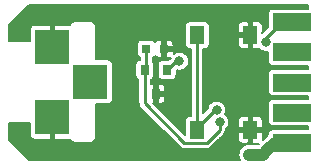
<source format=gbr>
G04 #@! TF.GenerationSoftware,KiCad,Pcbnew,(5.1.2)-1*
G04 #@! TF.CreationDate,2019-07-12T15:40:08+02:00*
G04 #@! TF.ProjectId,soldering_burning,736f6c64-6572-4696-9e67-5f6275726e69,101A*
G04 #@! TF.SameCoordinates,Original*
G04 #@! TF.FileFunction,Copper,L1,Top*
G04 #@! TF.FilePolarity,Positive*
%FSLAX46Y46*%
G04 Gerber Fmt 4.6, Leading zero omitted, Abs format (unit mm)*
G04 Created by KiCad (PCBNEW (5.1.2)-1) date 2019-07-12 15:40:08*
%MOMM*%
%LPD*%
G04 APERTURE LIST*
%ADD10R,3.000000X3.000000*%
%ADD11R,1.300000X1.550000*%
%ADD12R,3.300000X1.500000*%
%ADD13R,0.800000X0.900000*%
%ADD14R,0.800000X0.750000*%
%ADD15C,0.800000*%
%ADD16C,1.000000*%
%ADD17C,0.250000*%
%ADD18C,0.200000*%
G04 APERTURE END LIST*
D10*
X105800000Y-93950000D03*
X102600000Y-96950000D03*
X102600000Y-91000000D03*
D11*
X119350000Y-98000000D03*
X114850000Y-98000000D03*
X119350000Y-90000000D03*
X114850000Y-90000000D03*
D12*
X122900000Y-99100000D03*
X122900000Y-96550000D03*
X122900000Y-94000000D03*
X122900000Y-91450000D03*
X122900000Y-88900000D03*
D13*
X112300000Y-92950000D03*
X110400000Y-92950000D03*
X111350000Y-94950000D03*
D14*
X112050000Y-91150000D03*
X110550000Y-91150000D03*
D15*
X119250000Y-100100000D03*
X120400002Y-100099998D03*
X116750000Y-97350000D03*
X120350000Y-88450000D03*
X120350000Y-88450000D03*
X120350000Y-88450000D03*
X118050000Y-88450000D03*
X120650000Y-90600000D03*
X113350000Y-92200000D03*
X116500000Y-96350000D03*
D16*
X119250000Y-100100000D02*
X120400000Y-100100000D01*
X120400000Y-100100000D02*
X120400002Y-100099998D01*
X122900000Y-99100000D02*
X121400000Y-99100000D01*
X121400000Y-99100000D02*
X120800001Y-99699999D01*
X120800001Y-99699999D02*
X120400002Y-100099998D01*
D17*
X110550000Y-92800000D02*
X110400000Y-92950000D01*
X110550000Y-91150000D02*
X110550000Y-92800000D01*
X116750000Y-97915685D02*
X116750000Y-97350000D01*
X116750000Y-98015689D02*
X116750000Y-97915685D01*
X115665689Y-99100000D02*
X116750000Y-98015689D01*
X113750000Y-99100000D02*
X115665689Y-99100000D01*
X110400000Y-92950000D02*
X110400000Y-95750000D01*
X110400000Y-95750000D02*
X113750000Y-99100000D01*
X120650000Y-90250000D02*
X120650000Y-90600000D01*
X122000000Y-88900000D02*
X120650000Y-90250000D01*
X122900000Y-88900000D02*
X122000000Y-88900000D01*
X113050000Y-92200000D02*
X112300000Y-92950000D01*
X113350000Y-92200000D02*
X113050000Y-92200000D01*
X114850000Y-98000000D02*
X114850000Y-90000000D01*
X114850000Y-98000000D02*
X114850000Y-97875000D01*
X114850000Y-97875000D02*
X116375000Y-96350000D01*
X116375000Y-96350000D02*
X116500000Y-96350000D01*
D18*
G36*
X124250000Y-87748065D02*
G01*
X121250000Y-87748065D01*
X121171586Y-87755788D01*
X121096186Y-87778660D01*
X121026697Y-87815803D01*
X120965789Y-87865789D01*
X120915803Y-87926697D01*
X120878660Y-87996186D01*
X120855788Y-88071586D01*
X120848065Y-88150000D01*
X120848065Y-89309474D01*
X120311541Y-89845998D01*
X120300002Y-89845998D01*
X120400000Y-89746000D01*
X120401935Y-89225000D01*
X120394212Y-89146586D01*
X120371340Y-89071186D01*
X120334197Y-89001697D01*
X120284211Y-88940789D01*
X120223303Y-88890803D01*
X120153814Y-88853660D01*
X120078414Y-88830788D01*
X120000000Y-88823065D01*
X119604000Y-88825000D01*
X119504000Y-88925000D01*
X119504000Y-89846000D01*
X119524000Y-89846000D01*
X119524000Y-90154000D01*
X119504000Y-90154000D01*
X119504000Y-91075000D01*
X119604000Y-91175000D01*
X120000000Y-91176935D01*
X120078414Y-91169212D01*
X120085647Y-91167018D01*
X120140030Y-91221401D01*
X120271058Y-91308951D01*
X120416649Y-91369257D01*
X120571207Y-91400000D01*
X120728793Y-91400000D01*
X120848065Y-91376276D01*
X120848065Y-92200000D01*
X120855788Y-92278414D01*
X120878660Y-92353814D01*
X120915803Y-92423303D01*
X120965789Y-92484211D01*
X121026697Y-92534197D01*
X121096186Y-92571340D01*
X121171586Y-92594212D01*
X121250000Y-92601935D01*
X124250000Y-92601935D01*
X124250000Y-92848065D01*
X121250000Y-92848065D01*
X121171586Y-92855788D01*
X121096186Y-92878660D01*
X121026697Y-92915803D01*
X120965789Y-92965789D01*
X120915803Y-93026697D01*
X120878660Y-93096186D01*
X120855788Y-93171586D01*
X120848065Y-93250000D01*
X120848065Y-94750000D01*
X120855788Y-94828414D01*
X120878660Y-94903814D01*
X120915803Y-94973303D01*
X120965789Y-95034211D01*
X121026697Y-95084197D01*
X121096186Y-95121340D01*
X121171586Y-95144212D01*
X121250000Y-95151935D01*
X124250001Y-95151935D01*
X124250001Y-95398065D01*
X121250000Y-95398065D01*
X121171586Y-95405788D01*
X121096186Y-95428660D01*
X121026697Y-95465803D01*
X120965789Y-95515789D01*
X120915803Y-95576697D01*
X120878660Y-95646186D01*
X120855788Y-95721586D01*
X120848065Y-95800000D01*
X120848065Y-97300000D01*
X120855788Y-97378414D01*
X120878660Y-97453814D01*
X120915803Y-97523303D01*
X120965789Y-97584211D01*
X121026697Y-97634197D01*
X121096186Y-97671340D01*
X121171586Y-97694212D01*
X121250000Y-97701935D01*
X124250001Y-97701935D01*
X124250001Y-97948065D01*
X121250000Y-97948065D01*
X121171586Y-97955788D01*
X121096186Y-97978660D01*
X121026697Y-98015803D01*
X120965789Y-98065789D01*
X120915803Y-98126697D01*
X120878660Y-98196186D01*
X120855788Y-98271586D01*
X120848065Y-98350000D01*
X120848065Y-98388683D01*
X120760525Y-98460525D01*
X120732339Y-98494870D01*
X120396443Y-98830766D01*
X120401935Y-98775000D01*
X120400000Y-98254000D01*
X120300000Y-98154000D01*
X119504000Y-98154000D01*
X119504000Y-99075000D01*
X119604000Y-99175000D01*
X120000000Y-99176935D01*
X120055765Y-99171443D01*
X120027208Y-99200000D01*
X119205793Y-99200000D01*
X119073569Y-99213023D01*
X118903919Y-99264486D01*
X118747568Y-99348057D01*
X118610525Y-99460525D01*
X118498057Y-99597568D01*
X118414486Y-99753919D01*
X118363023Y-99923569D01*
X118345646Y-100100000D01*
X118363023Y-100276431D01*
X118414486Y-100446081D01*
X118470032Y-100550000D01*
X100607106Y-100550000D01*
X98900000Y-98842895D01*
X98900000Y-97400000D01*
X100699696Y-97400000D01*
X100698065Y-98450000D01*
X100705788Y-98528414D01*
X100728660Y-98603814D01*
X100765803Y-98673303D01*
X100815789Y-98734211D01*
X100876697Y-98784197D01*
X100946186Y-98821340D01*
X101021586Y-98844212D01*
X101100000Y-98851935D01*
X102346000Y-98850000D01*
X102446000Y-98750000D01*
X102446000Y-97400000D01*
X102754000Y-97400000D01*
X102754000Y-98750000D01*
X102854000Y-98850000D01*
X104067692Y-98851885D01*
X104082254Y-98879129D01*
X104144736Y-98955264D01*
X104220871Y-99017746D01*
X104307733Y-99064175D01*
X104401983Y-99092765D01*
X104475440Y-99100000D01*
X104500000Y-99102419D01*
X104524560Y-99100000D01*
X105775440Y-99100000D01*
X105800000Y-99102419D01*
X105824560Y-99100000D01*
X105898017Y-99092765D01*
X105992267Y-99064175D01*
X106079129Y-99017746D01*
X106155264Y-98955264D01*
X106217746Y-98879129D01*
X106264175Y-98792267D01*
X106292765Y-98698017D01*
X106302419Y-98600000D01*
X106300000Y-98575440D01*
X106300000Y-95851935D01*
X107300000Y-95851935D01*
X107378414Y-95844212D01*
X107453814Y-95821340D01*
X107523303Y-95784197D01*
X107584211Y-95734211D01*
X107634197Y-95673303D01*
X107671340Y-95603814D01*
X107694212Y-95528414D01*
X107701935Y-95450000D01*
X107701935Y-92500000D01*
X109598065Y-92500000D01*
X109598065Y-93400000D01*
X109605788Y-93478414D01*
X109628660Y-93553814D01*
X109665803Y-93623303D01*
X109715789Y-93684211D01*
X109776697Y-93734197D01*
X109846186Y-93771340D01*
X109875000Y-93780081D01*
X109875001Y-95724210D01*
X109872461Y-95750000D01*
X109882597Y-95852917D01*
X109912617Y-95951880D01*
X109961367Y-96043085D01*
X109961368Y-96043086D01*
X110026974Y-96123027D01*
X110047005Y-96139466D01*
X113360534Y-99452996D01*
X113376973Y-99473027D01*
X113456914Y-99538633D01*
X113548119Y-99587383D01*
X113647082Y-99617403D01*
X113724212Y-99625000D01*
X113724219Y-99625000D01*
X113749999Y-99627539D01*
X113775779Y-99625000D01*
X115639909Y-99625000D01*
X115665689Y-99627539D01*
X115691469Y-99625000D01*
X115691477Y-99625000D01*
X115768607Y-99617403D01*
X115867570Y-99587383D01*
X115958775Y-99538633D01*
X116038716Y-99473027D01*
X116055160Y-99452990D01*
X116733150Y-98775000D01*
X118298065Y-98775000D01*
X118305788Y-98853414D01*
X118328660Y-98928814D01*
X118365803Y-98998303D01*
X118415789Y-99059211D01*
X118476697Y-99109197D01*
X118546186Y-99146340D01*
X118621586Y-99169212D01*
X118700000Y-99176935D01*
X119096000Y-99175000D01*
X119196000Y-99075000D01*
X119196000Y-98154000D01*
X118400000Y-98154000D01*
X118300000Y-98254000D01*
X118298065Y-98775000D01*
X116733150Y-98775000D01*
X117102996Y-98405155D01*
X117123027Y-98388716D01*
X117188633Y-98308775D01*
X117237383Y-98217570D01*
X117267403Y-98118607D01*
X117275000Y-98041477D01*
X117275000Y-98041470D01*
X117277539Y-98015690D01*
X117275000Y-97989910D01*
X117275000Y-97956371D01*
X117371401Y-97859970D01*
X117458951Y-97728942D01*
X117519257Y-97583351D01*
X117550000Y-97428793D01*
X117550000Y-97271207D01*
X117540810Y-97225000D01*
X118298065Y-97225000D01*
X118300000Y-97746000D01*
X118400000Y-97846000D01*
X119196000Y-97846000D01*
X119196000Y-96925000D01*
X119504000Y-96925000D01*
X119504000Y-97846000D01*
X120300000Y-97846000D01*
X120400000Y-97746000D01*
X120401935Y-97225000D01*
X120394212Y-97146586D01*
X120371340Y-97071186D01*
X120334197Y-97001697D01*
X120284211Y-96940789D01*
X120223303Y-96890803D01*
X120153814Y-96853660D01*
X120078414Y-96830788D01*
X120000000Y-96823065D01*
X119604000Y-96825000D01*
X119504000Y-96925000D01*
X119196000Y-96925000D01*
X119096000Y-96825000D01*
X118700000Y-96823065D01*
X118621586Y-96830788D01*
X118546186Y-96853660D01*
X118476697Y-96890803D01*
X118415789Y-96940789D01*
X118365803Y-97001697D01*
X118328660Y-97071186D01*
X118305788Y-97146586D01*
X118298065Y-97225000D01*
X117540810Y-97225000D01*
X117519257Y-97116649D01*
X117458951Y-96971058D01*
X117371401Y-96840030D01*
X117259970Y-96728599D01*
X117220122Y-96701973D01*
X117269257Y-96583351D01*
X117300000Y-96428793D01*
X117300000Y-96271207D01*
X117269257Y-96116649D01*
X117208951Y-95971058D01*
X117121401Y-95840030D01*
X117009970Y-95728599D01*
X116878942Y-95641049D01*
X116733351Y-95580743D01*
X116578793Y-95550000D01*
X116421207Y-95550000D01*
X116266649Y-95580743D01*
X116121058Y-95641049D01*
X115990030Y-95728599D01*
X115878599Y-95840030D01*
X115791049Y-95971058D01*
X115730743Y-96116649D01*
X115700000Y-96271207D01*
X115700000Y-96282538D01*
X115375000Y-96607538D01*
X115375000Y-91176935D01*
X115500000Y-91176935D01*
X115578414Y-91169212D01*
X115653814Y-91146340D01*
X115723303Y-91109197D01*
X115784211Y-91059211D01*
X115834197Y-90998303D01*
X115871340Y-90928814D01*
X115894212Y-90853414D01*
X115901935Y-90775000D01*
X118298065Y-90775000D01*
X118305788Y-90853414D01*
X118328660Y-90928814D01*
X118365803Y-90998303D01*
X118415789Y-91059211D01*
X118476697Y-91109197D01*
X118546186Y-91146340D01*
X118621586Y-91169212D01*
X118700000Y-91176935D01*
X119096000Y-91175000D01*
X119196000Y-91075000D01*
X119196000Y-90154000D01*
X118400000Y-90154000D01*
X118300000Y-90254000D01*
X118298065Y-90775000D01*
X115901935Y-90775000D01*
X115901935Y-89225000D01*
X118298065Y-89225000D01*
X118300000Y-89746000D01*
X118400000Y-89846000D01*
X119196000Y-89846000D01*
X119196000Y-88925000D01*
X119096000Y-88825000D01*
X118700000Y-88823065D01*
X118621586Y-88830788D01*
X118546186Y-88853660D01*
X118476697Y-88890803D01*
X118415789Y-88940789D01*
X118365803Y-89001697D01*
X118328660Y-89071186D01*
X118305788Y-89146586D01*
X118298065Y-89225000D01*
X115901935Y-89225000D01*
X115894212Y-89146586D01*
X115871340Y-89071186D01*
X115834197Y-89001697D01*
X115784211Y-88940789D01*
X115723303Y-88890803D01*
X115653814Y-88853660D01*
X115578414Y-88830788D01*
X115500000Y-88823065D01*
X114200000Y-88823065D01*
X114121586Y-88830788D01*
X114046186Y-88853660D01*
X113976697Y-88890803D01*
X113915789Y-88940789D01*
X113865803Y-89001697D01*
X113828660Y-89071186D01*
X113805788Y-89146586D01*
X113798065Y-89225000D01*
X113798065Y-90775000D01*
X113805788Y-90853414D01*
X113828660Y-90928814D01*
X113865803Y-90998303D01*
X113915789Y-91059211D01*
X113976697Y-91109197D01*
X114046186Y-91146340D01*
X114121586Y-91169212D01*
X114200000Y-91176935D01*
X114325001Y-91176935D01*
X114325000Y-96823065D01*
X114200000Y-96823065D01*
X114121586Y-96830788D01*
X114046186Y-96853660D01*
X113976697Y-96890803D01*
X113915789Y-96940789D01*
X113865803Y-97001697D01*
X113828660Y-97071186D01*
X113805788Y-97146586D01*
X113798065Y-97225000D01*
X113798065Y-98405603D01*
X111144231Y-95751769D01*
X111196000Y-95700000D01*
X111196000Y-95104000D01*
X111504000Y-95104000D01*
X111504000Y-95700000D01*
X111604000Y-95800000D01*
X111750000Y-95801935D01*
X111828414Y-95794212D01*
X111903814Y-95771340D01*
X111973303Y-95734197D01*
X112034211Y-95684211D01*
X112084197Y-95623303D01*
X112121340Y-95553814D01*
X112144212Y-95478414D01*
X112151935Y-95400000D01*
X112150000Y-95204000D01*
X112050000Y-95104000D01*
X111504000Y-95104000D01*
X111196000Y-95104000D01*
X111176000Y-95104000D01*
X111176000Y-94796000D01*
X111196000Y-94796000D01*
X111196000Y-94200000D01*
X111504000Y-94200000D01*
X111504000Y-94796000D01*
X112050000Y-94796000D01*
X112150000Y-94696000D01*
X112151935Y-94500000D01*
X112144212Y-94421586D01*
X112121340Y-94346186D01*
X112084197Y-94276697D01*
X112034211Y-94215789D01*
X111973303Y-94165803D01*
X111903814Y-94128660D01*
X111828414Y-94105788D01*
X111750000Y-94098065D01*
X111604000Y-94100000D01*
X111504000Y-94200000D01*
X111196000Y-94200000D01*
X111096000Y-94100000D01*
X110950000Y-94098065D01*
X110925000Y-94100527D01*
X110925000Y-93780081D01*
X110953814Y-93771340D01*
X111023303Y-93734197D01*
X111084211Y-93684211D01*
X111134197Y-93623303D01*
X111171340Y-93553814D01*
X111194212Y-93478414D01*
X111201935Y-93400000D01*
X111201935Y-92500000D01*
X111498065Y-92500000D01*
X111498065Y-93400000D01*
X111505788Y-93478414D01*
X111528660Y-93553814D01*
X111565803Y-93623303D01*
X111615789Y-93684211D01*
X111676697Y-93734197D01*
X111746186Y-93771340D01*
X111821586Y-93794212D01*
X111900000Y-93801935D01*
X112700000Y-93801935D01*
X112778414Y-93794212D01*
X112853814Y-93771340D01*
X112923303Y-93734197D01*
X112984211Y-93684211D01*
X113034197Y-93623303D01*
X113071340Y-93553814D01*
X113094212Y-93478414D01*
X113101935Y-93400000D01*
X113101935Y-92963162D01*
X113116649Y-92969257D01*
X113271207Y-93000000D01*
X113428793Y-93000000D01*
X113583351Y-92969257D01*
X113728942Y-92908951D01*
X113859970Y-92821401D01*
X113971401Y-92709970D01*
X114058951Y-92578942D01*
X114119257Y-92433351D01*
X114150000Y-92278793D01*
X114150000Y-92121207D01*
X114119257Y-91966649D01*
X114058951Y-91821058D01*
X113971401Y-91690030D01*
X113859970Y-91578599D01*
X113728942Y-91491049D01*
X113583351Y-91430743D01*
X113428793Y-91400000D01*
X113271207Y-91400000D01*
X113116649Y-91430743D01*
X112971058Y-91491049D01*
X112847123Y-91573860D01*
X112851935Y-91525000D01*
X112850000Y-91404000D01*
X112750000Y-91304000D01*
X112204000Y-91304000D01*
X112204000Y-91825000D01*
X112304000Y-91925000D01*
X112450000Y-91926935D01*
X112528414Y-91919212D01*
X112603814Y-91896340D01*
X112611587Y-91892185D01*
X112608924Y-91898614D01*
X112409473Y-92098065D01*
X111900000Y-92098065D01*
X111821586Y-92105788D01*
X111746186Y-92128660D01*
X111676697Y-92165803D01*
X111615789Y-92215789D01*
X111565803Y-92276697D01*
X111528660Y-92346186D01*
X111505788Y-92421586D01*
X111498065Y-92500000D01*
X111201935Y-92500000D01*
X111194212Y-92421586D01*
X111171340Y-92346186D01*
X111134197Y-92276697D01*
X111084211Y-92215789D01*
X111075000Y-92208230D01*
X111075000Y-91905081D01*
X111103814Y-91896340D01*
X111173303Y-91859197D01*
X111234211Y-91809211D01*
X111284197Y-91748303D01*
X111300000Y-91718738D01*
X111315803Y-91748303D01*
X111365789Y-91809211D01*
X111426697Y-91859197D01*
X111496186Y-91896340D01*
X111571586Y-91919212D01*
X111650000Y-91926935D01*
X111796000Y-91925000D01*
X111896000Y-91825000D01*
X111896000Y-91304000D01*
X111876000Y-91304000D01*
X111876000Y-90996000D01*
X111896000Y-90996000D01*
X111896000Y-90475000D01*
X112204000Y-90475000D01*
X112204000Y-90996000D01*
X112750000Y-90996000D01*
X112850000Y-90896000D01*
X112851935Y-90775000D01*
X112844212Y-90696586D01*
X112821340Y-90621186D01*
X112784197Y-90551697D01*
X112734211Y-90490789D01*
X112673303Y-90440803D01*
X112603814Y-90403660D01*
X112528414Y-90380788D01*
X112450000Y-90373065D01*
X112304000Y-90375000D01*
X112204000Y-90475000D01*
X111896000Y-90475000D01*
X111796000Y-90375000D01*
X111650000Y-90373065D01*
X111571586Y-90380788D01*
X111496186Y-90403660D01*
X111426697Y-90440803D01*
X111365789Y-90490789D01*
X111315803Y-90551697D01*
X111300000Y-90581262D01*
X111284197Y-90551697D01*
X111234211Y-90490789D01*
X111173303Y-90440803D01*
X111103814Y-90403660D01*
X111028414Y-90380788D01*
X110950000Y-90373065D01*
X110150000Y-90373065D01*
X110071586Y-90380788D01*
X109996186Y-90403660D01*
X109926697Y-90440803D01*
X109865789Y-90490789D01*
X109815803Y-90551697D01*
X109778660Y-90621186D01*
X109755788Y-90696586D01*
X109748065Y-90775000D01*
X109748065Y-91525000D01*
X109755788Y-91603414D01*
X109778660Y-91678814D01*
X109815803Y-91748303D01*
X109865789Y-91809211D01*
X109926697Y-91859197D01*
X109996186Y-91896340D01*
X110025000Y-91905081D01*
X110025001Y-92098065D01*
X110000000Y-92098065D01*
X109921586Y-92105788D01*
X109846186Y-92128660D01*
X109776697Y-92165803D01*
X109715789Y-92215789D01*
X109665803Y-92276697D01*
X109628660Y-92346186D01*
X109605788Y-92421586D01*
X109598065Y-92500000D01*
X107701935Y-92500000D01*
X107701935Y-92450000D01*
X107694212Y-92371586D01*
X107671340Y-92296186D01*
X107634197Y-92226697D01*
X107584211Y-92165789D01*
X107523303Y-92115803D01*
X107453814Y-92078660D01*
X107378414Y-92055788D01*
X107300000Y-92048065D01*
X106300000Y-92048065D01*
X106300000Y-89324560D01*
X106302419Y-89300000D01*
X106292765Y-89201983D01*
X106264175Y-89107733D01*
X106217746Y-89020871D01*
X106155264Y-88944736D01*
X106079129Y-88882254D01*
X105992267Y-88835825D01*
X105898017Y-88807235D01*
X105824560Y-88800000D01*
X105800000Y-88797581D01*
X105775440Y-88800000D01*
X104524560Y-88800000D01*
X104500000Y-88797581D01*
X104475440Y-88800000D01*
X104401983Y-88807235D01*
X104307733Y-88835825D01*
X104220871Y-88882254D01*
X104144736Y-88944736D01*
X104082254Y-89020871D01*
X104040944Y-89098157D01*
X102854000Y-89100000D01*
X102754000Y-89200000D01*
X102754000Y-90500000D01*
X102446000Y-90500000D01*
X102446000Y-89200000D01*
X102346000Y-89100000D01*
X101100000Y-89098065D01*
X101021586Y-89105788D01*
X100946186Y-89128660D01*
X100876697Y-89165803D01*
X100815789Y-89215789D01*
X100765803Y-89276697D01*
X100728660Y-89346186D01*
X100705788Y-89421586D01*
X100698065Y-89500000D01*
X100699618Y-90500000D01*
X98900000Y-90500000D01*
X98900000Y-89157105D01*
X100607106Y-87450000D01*
X124250000Y-87450000D01*
X124250000Y-87748065D01*
X124250000Y-87748065D01*
G37*
X124250000Y-87748065D02*
X121250000Y-87748065D01*
X121171586Y-87755788D01*
X121096186Y-87778660D01*
X121026697Y-87815803D01*
X120965789Y-87865789D01*
X120915803Y-87926697D01*
X120878660Y-87996186D01*
X120855788Y-88071586D01*
X120848065Y-88150000D01*
X120848065Y-89309474D01*
X120311541Y-89845998D01*
X120300002Y-89845998D01*
X120400000Y-89746000D01*
X120401935Y-89225000D01*
X120394212Y-89146586D01*
X120371340Y-89071186D01*
X120334197Y-89001697D01*
X120284211Y-88940789D01*
X120223303Y-88890803D01*
X120153814Y-88853660D01*
X120078414Y-88830788D01*
X120000000Y-88823065D01*
X119604000Y-88825000D01*
X119504000Y-88925000D01*
X119504000Y-89846000D01*
X119524000Y-89846000D01*
X119524000Y-90154000D01*
X119504000Y-90154000D01*
X119504000Y-91075000D01*
X119604000Y-91175000D01*
X120000000Y-91176935D01*
X120078414Y-91169212D01*
X120085647Y-91167018D01*
X120140030Y-91221401D01*
X120271058Y-91308951D01*
X120416649Y-91369257D01*
X120571207Y-91400000D01*
X120728793Y-91400000D01*
X120848065Y-91376276D01*
X120848065Y-92200000D01*
X120855788Y-92278414D01*
X120878660Y-92353814D01*
X120915803Y-92423303D01*
X120965789Y-92484211D01*
X121026697Y-92534197D01*
X121096186Y-92571340D01*
X121171586Y-92594212D01*
X121250000Y-92601935D01*
X124250000Y-92601935D01*
X124250000Y-92848065D01*
X121250000Y-92848065D01*
X121171586Y-92855788D01*
X121096186Y-92878660D01*
X121026697Y-92915803D01*
X120965789Y-92965789D01*
X120915803Y-93026697D01*
X120878660Y-93096186D01*
X120855788Y-93171586D01*
X120848065Y-93250000D01*
X120848065Y-94750000D01*
X120855788Y-94828414D01*
X120878660Y-94903814D01*
X120915803Y-94973303D01*
X120965789Y-95034211D01*
X121026697Y-95084197D01*
X121096186Y-95121340D01*
X121171586Y-95144212D01*
X121250000Y-95151935D01*
X124250001Y-95151935D01*
X124250001Y-95398065D01*
X121250000Y-95398065D01*
X121171586Y-95405788D01*
X121096186Y-95428660D01*
X121026697Y-95465803D01*
X120965789Y-95515789D01*
X120915803Y-95576697D01*
X120878660Y-95646186D01*
X120855788Y-95721586D01*
X120848065Y-95800000D01*
X120848065Y-97300000D01*
X120855788Y-97378414D01*
X120878660Y-97453814D01*
X120915803Y-97523303D01*
X120965789Y-97584211D01*
X121026697Y-97634197D01*
X121096186Y-97671340D01*
X121171586Y-97694212D01*
X121250000Y-97701935D01*
X124250001Y-97701935D01*
X124250001Y-97948065D01*
X121250000Y-97948065D01*
X121171586Y-97955788D01*
X121096186Y-97978660D01*
X121026697Y-98015803D01*
X120965789Y-98065789D01*
X120915803Y-98126697D01*
X120878660Y-98196186D01*
X120855788Y-98271586D01*
X120848065Y-98350000D01*
X120848065Y-98388683D01*
X120760525Y-98460525D01*
X120732339Y-98494870D01*
X120396443Y-98830766D01*
X120401935Y-98775000D01*
X120400000Y-98254000D01*
X120300000Y-98154000D01*
X119504000Y-98154000D01*
X119504000Y-99075000D01*
X119604000Y-99175000D01*
X120000000Y-99176935D01*
X120055765Y-99171443D01*
X120027208Y-99200000D01*
X119205793Y-99200000D01*
X119073569Y-99213023D01*
X118903919Y-99264486D01*
X118747568Y-99348057D01*
X118610525Y-99460525D01*
X118498057Y-99597568D01*
X118414486Y-99753919D01*
X118363023Y-99923569D01*
X118345646Y-100100000D01*
X118363023Y-100276431D01*
X118414486Y-100446081D01*
X118470032Y-100550000D01*
X100607106Y-100550000D01*
X98900000Y-98842895D01*
X98900000Y-97400000D01*
X100699696Y-97400000D01*
X100698065Y-98450000D01*
X100705788Y-98528414D01*
X100728660Y-98603814D01*
X100765803Y-98673303D01*
X100815789Y-98734211D01*
X100876697Y-98784197D01*
X100946186Y-98821340D01*
X101021586Y-98844212D01*
X101100000Y-98851935D01*
X102346000Y-98850000D01*
X102446000Y-98750000D01*
X102446000Y-97400000D01*
X102754000Y-97400000D01*
X102754000Y-98750000D01*
X102854000Y-98850000D01*
X104067692Y-98851885D01*
X104082254Y-98879129D01*
X104144736Y-98955264D01*
X104220871Y-99017746D01*
X104307733Y-99064175D01*
X104401983Y-99092765D01*
X104475440Y-99100000D01*
X104500000Y-99102419D01*
X104524560Y-99100000D01*
X105775440Y-99100000D01*
X105800000Y-99102419D01*
X105824560Y-99100000D01*
X105898017Y-99092765D01*
X105992267Y-99064175D01*
X106079129Y-99017746D01*
X106155264Y-98955264D01*
X106217746Y-98879129D01*
X106264175Y-98792267D01*
X106292765Y-98698017D01*
X106302419Y-98600000D01*
X106300000Y-98575440D01*
X106300000Y-95851935D01*
X107300000Y-95851935D01*
X107378414Y-95844212D01*
X107453814Y-95821340D01*
X107523303Y-95784197D01*
X107584211Y-95734211D01*
X107634197Y-95673303D01*
X107671340Y-95603814D01*
X107694212Y-95528414D01*
X107701935Y-95450000D01*
X107701935Y-92500000D01*
X109598065Y-92500000D01*
X109598065Y-93400000D01*
X109605788Y-93478414D01*
X109628660Y-93553814D01*
X109665803Y-93623303D01*
X109715789Y-93684211D01*
X109776697Y-93734197D01*
X109846186Y-93771340D01*
X109875000Y-93780081D01*
X109875001Y-95724210D01*
X109872461Y-95750000D01*
X109882597Y-95852917D01*
X109912617Y-95951880D01*
X109961367Y-96043085D01*
X109961368Y-96043086D01*
X110026974Y-96123027D01*
X110047005Y-96139466D01*
X113360534Y-99452996D01*
X113376973Y-99473027D01*
X113456914Y-99538633D01*
X113548119Y-99587383D01*
X113647082Y-99617403D01*
X113724212Y-99625000D01*
X113724219Y-99625000D01*
X113749999Y-99627539D01*
X113775779Y-99625000D01*
X115639909Y-99625000D01*
X115665689Y-99627539D01*
X115691469Y-99625000D01*
X115691477Y-99625000D01*
X115768607Y-99617403D01*
X115867570Y-99587383D01*
X115958775Y-99538633D01*
X116038716Y-99473027D01*
X116055160Y-99452990D01*
X116733150Y-98775000D01*
X118298065Y-98775000D01*
X118305788Y-98853414D01*
X118328660Y-98928814D01*
X118365803Y-98998303D01*
X118415789Y-99059211D01*
X118476697Y-99109197D01*
X118546186Y-99146340D01*
X118621586Y-99169212D01*
X118700000Y-99176935D01*
X119096000Y-99175000D01*
X119196000Y-99075000D01*
X119196000Y-98154000D01*
X118400000Y-98154000D01*
X118300000Y-98254000D01*
X118298065Y-98775000D01*
X116733150Y-98775000D01*
X117102996Y-98405155D01*
X117123027Y-98388716D01*
X117188633Y-98308775D01*
X117237383Y-98217570D01*
X117267403Y-98118607D01*
X117275000Y-98041477D01*
X117275000Y-98041470D01*
X117277539Y-98015690D01*
X117275000Y-97989910D01*
X117275000Y-97956371D01*
X117371401Y-97859970D01*
X117458951Y-97728942D01*
X117519257Y-97583351D01*
X117550000Y-97428793D01*
X117550000Y-97271207D01*
X117540810Y-97225000D01*
X118298065Y-97225000D01*
X118300000Y-97746000D01*
X118400000Y-97846000D01*
X119196000Y-97846000D01*
X119196000Y-96925000D01*
X119504000Y-96925000D01*
X119504000Y-97846000D01*
X120300000Y-97846000D01*
X120400000Y-97746000D01*
X120401935Y-97225000D01*
X120394212Y-97146586D01*
X120371340Y-97071186D01*
X120334197Y-97001697D01*
X120284211Y-96940789D01*
X120223303Y-96890803D01*
X120153814Y-96853660D01*
X120078414Y-96830788D01*
X120000000Y-96823065D01*
X119604000Y-96825000D01*
X119504000Y-96925000D01*
X119196000Y-96925000D01*
X119096000Y-96825000D01*
X118700000Y-96823065D01*
X118621586Y-96830788D01*
X118546186Y-96853660D01*
X118476697Y-96890803D01*
X118415789Y-96940789D01*
X118365803Y-97001697D01*
X118328660Y-97071186D01*
X118305788Y-97146586D01*
X118298065Y-97225000D01*
X117540810Y-97225000D01*
X117519257Y-97116649D01*
X117458951Y-96971058D01*
X117371401Y-96840030D01*
X117259970Y-96728599D01*
X117220122Y-96701973D01*
X117269257Y-96583351D01*
X117300000Y-96428793D01*
X117300000Y-96271207D01*
X117269257Y-96116649D01*
X117208951Y-95971058D01*
X117121401Y-95840030D01*
X117009970Y-95728599D01*
X116878942Y-95641049D01*
X116733351Y-95580743D01*
X116578793Y-95550000D01*
X116421207Y-95550000D01*
X116266649Y-95580743D01*
X116121058Y-95641049D01*
X115990030Y-95728599D01*
X115878599Y-95840030D01*
X115791049Y-95971058D01*
X115730743Y-96116649D01*
X115700000Y-96271207D01*
X115700000Y-96282538D01*
X115375000Y-96607538D01*
X115375000Y-91176935D01*
X115500000Y-91176935D01*
X115578414Y-91169212D01*
X115653814Y-91146340D01*
X115723303Y-91109197D01*
X115784211Y-91059211D01*
X115834197Y-90998303D01*
X115871340Y-90928814D01*
X115894212Y-90853414D01*
X115901935Y-90775000D01*
X118298065Y-90775000D01*
X118305788Y-90853414D01*
X118328660Y-90928814D01*
X118365803Y-90998303D01*
X118415789Y-91059211D01*
X118476697Y-91109197D01*
X118546186Y-91146340D01*
X118621586Y-91169212D01*
X118700000Y-91176935D01*
X119096000Y-91175000D01*
X119196000Y-91075000D01*
X119196000Y-90154000D01*
X118400000Y-90154000D01*
X118300000Y-90254000D01*
X118298065Y-90775000D01*
X115901935Y-90775000D01*
X115901935Y-89225000D01*
X118298065Y-89225000D01*
X118300000Y-89746000D01*
X118400000Y-89846000D01*
X119196000Y-89846000D01*
X119196000Y-88925000D01*
X119096000Y-88825000D01*
X118700000Y-88823065D01*
X118621586Y-88830788D01*
X118546186Y-88853660D01*
X118476697Y-88890803D01*
X118415789Y-88940789D01*
X118365803Y-89001697D01*
X118328660Y-89071186D01*
X118305788Y-89146586D01*
X118298065Y-89225000D01*
X115901935Y-89225000D01*
X115894212Y-89146586D01*
X115871340Y-89071186D01*
X115834197Y-89001697D01*
X115784211Y-88940789D01*
X115723303Y-88890803D01*
X115653814Y-88853660D01*
X115578414Y-88830788D01*
X115500000Y-88823065D01*
X114200000Y-88823065D01*
X114121586Y-88830788D01*
X114046186Y-88853660D01*
X113976697Y-88890803D01*
X113915789Y-88940789D01*
X113865803Y-89001697D01*
X113828660Y-89071186D01*
X113805788Y-89146586D01*
X113798065Y-89225000D01*
X113798065Y-90775000D01*
X113805788Y-90853414D01*
X113828660Y-90928814D01*
X113865803Y-90998303D01*
X113915789Y-91059211D01*
X113976697Y-91109197D01*
X114046186Y-91146340D01*
X114121586Y-91169212D01*
X114200000Y-91176935D01*
X114325001Y-91176935D01*
X114325000Y-96823065D01*
X114200000Y-96823065D01*
X114121586Y-96830788D01*
X114046186Y-96853660D01*
X113976697Y-96890803D01*
X113915789Y-96940789D01*
X113865803Y-97001697D01*
X113828660Y-97071186D01*
X113805788Y-97146586D01*
X113798065Y-97225000D01*
X113798065Y-98405603D01*
X111144231Y-95751769D01*
X111196000Y-95700000D01*
X111196000Y-95104000D01*
X111504000Y-95104000D01*
X111504000Y-95700000D01*
X111604000Y-95800000D01*
X111750000Y-95801935D01*
X111828414Y-95794212D01*
X111903814Y-95771340D01*
X111973303Y-95734197D01*
X112034211Y-95684211D01*
X112084197Y-95623303D01*
X112121340Y-95553814D01*
X112144212Y-95478414D01*
X112151935Y-95400000D01*
X112150000Y-95204000D01*
X112050000Y-95104000D01*
X111504000Y-95104000D01*
X111196000Y-95104000D01*
X111176000Y-95104000D01*
X111176000Y-94796000D01*
X111196000Y-94796000D01*
X111196000Y-94200000D01*
X111504000Y-94200000D01*
X111504000Y-94796000D01*
X112050000Y-94796000D01*
X112150000Y-94696000D01*
X112151935Y-94500000D01*
X112144212Y-94421586D01*
X112121340Y-94346186D01*
X112084197Y-94276697D01*
X112034211Y-94215789D01*
X111973303Y-94165803D01*
X111903814Y-94128660D01*
X111828414Y-94105788D01*
X111750000Y-94098065D01*
X111604000Y-94100000D01*
X111504000Y-94200000D01*
X111196000Y-94200000D01*
X111096000Y-94100000D01*
X110950000Y-94098065D01*
X110925000Y-94100527D01*
X110925000Y-93780081D01*
X110953814Y-93771340D01*
X111023303Y-93734197D01*
X111084211Y-93684211D01*
X111134197Y-93623303D01*
X111171340Y-93553814D01*
X111194212Y-93478414D01*
X111201935Y-93400000D01*
X111201935Y-92500000D01*
X111498065Y-92500000D01*
X111498065Y-93400000D01*
X111505788Y-93478414D01*
X111528660Y-93553814D01*
X111565803Y-93623303D01*
X111615789Y-93684211D01*
X111676697Y-93734197D01*
X111746186Y-93771340D01*
X111821586Y-93794212D01*
X111900000Y-93801935D01*
X112700000Y-93801935D01*
X112778414Y-93794212D01*
X112853814Y-93771340D01*
X112923303Y-93734197D01*
X112984211Y-93684211D01*
X113034197Y-93623303D01*
X113071340Y-93553814D01*
X113094212Y-93478414D01*
X113101935Y-93400000D01*
X113101935Y-92963162D01*
X113116649Y-92969257D01*
X113271207Y-93000000D01*
X113428793Y-93000000D01*
X113583351Y-92969257D01*
X113728942Y-92908951D01*
X113859970Y-92821401D01*
X113971401Y-92709970D01*
X114058951Y-92578942D01*
X114119257Y-92433351D01*
X114150000Y-92278793D01*
X114150000Y-92121207D01*
X114119257Y-91966649D01*
X114058951Y-91821058D01*
X113971401Y-91690030D01*
X113859970Y-91578599D01*
X113728942Y-91491049D01*
X113583351Y-91430743D01*
X113428793Y-91400000D01*
X113271207Y-91400000D01*
X113116649Y-91430743D01*
X112971058Y-91491049D01*
X112847123Y-91573860D01*
X112851935Y-91525000D01*
X112850000Y-91404000D01*
X112750000Y-91304000D01*
X112204000Y-91304000D01*
X112204000Y-91825000D01*
X112304000Y-91925000D01*
X112450000Y-91926935D01*
X112528414Y-91919212D01*
X112603814Y-91896340D01*
X112611587Y-91892185D01*
X112608924Y-91898614D01*
X112409473Y-92098065D01*
X111900000Y-92098065D01*
X111821586Y-92105788D01*
X111746186Y-92128660D01*
X111676697Y-92165803D01*
X111615789Y-92215789D01*
X111565803Y-92276697D01*
X111528660Y-92346186D01*
X111505788Y-92421586D01*
X111498065Y-92500000D01*
X111201935Y-92500000D01*
X111194212Y-92421586D01*
X111171340Y-92346186D01*
X111134197Y-92276697D01*
X111084211Y-92215789D01*
X111075000Y-92208230D01*
X111075000Y-91905081D01*
X111103814Y-91896340D01*
X111173303Y-91859197D01*
X111234211Y-91809211D01*
X111284197Y-91748303D01*
X111300000Y-91718738D01*
X111315803Y-91748303D01*
X111365789Y-91809211D01*
X111426697Y-91859197D01*
X111496186Y-91896340D01*
X111571586Y-91919212D01*
X111650000Y-91926935D01*
X111796000Y-91925000D01*
X111896000Y-91825000D01*
X111896000Y-91304000D01*
X111876000Y-91304000D01*
X111876000Y-90996000D01*
X111896000Y-90996000D01*
X111896000Y-90475000D01*
X112204000Y-90475000D01*
X112204000Y-90996000D01*
X112750000Y-90996000D01*
X112850000Y-90896000D01*
X112851935Y-90775000D01*
X112844212Y-90696586D01*
X112821340Y-90621186D01*
X112784197Y-90551697D01*
X112734211Y-90490789D01*
X112673303Y-90440803D01*
X112603814Y-90403660D01*
X112528414Y-90380788D01*
X112450000Y-90373065D01*
X112304000Y-90375000D01*
X112204000Y-90475000D01*
X111896000Y-90475000D01*
X111796000Y-90375000D01*
X111650000Y-90373065D01*
X111571586Y-90380788D01*
X111496186Y-90403660D01*
X111426697Y-90440803D01*
X111365789Y-90490789D01*
X111315803Y-90551697D01*
X111300000Y-90581262D01*
X111284197Y-90551697D01*
X111234211Y-90490789D01*
X111173303Y-90440803D01*
X111103814Y-90403660D01*
X111028414Y-90380788D01*
X110950000Y-90373065D01*
X110150000Y-90373065D01*
X110071586Y-90380788D01*
X109996186Y-90403660D01*
X109926697Y-90440803D01*
X109865789Y-90490789D01*
X109815803Y-90551697D01*
X109778660Y-90621186D01*
X109755788Y-90696586D01*
X109748065Y-90775000D01*
X109748065Y-91525000D01*
X109755788Y-91603414D01*
X109778660Y-91678814D01*
X109815803Y-91748303D01*
X109865789Y-91809211D01*
X109926697Y-91859197D01*
X109996186Y-91896340D01*
X110025000Y-91905081D01*
X110025001Y-92098065D01*
X110000000Y-92098065D01*
X109921586Y-92105788D01*
X109846186Y-92128660D01*
X109776697Y-92165803D01*
X109715789Y-92215789D01*
X109665803Y-92276697D01*
X109628660Y-92346186D01*
X109605788Y-92421586D01*
X109598065Y-92500000D01*
X107701935Y-92500000D01*
X107701935Y-92450000D01*
X107694212Y-92371586D01*
X107671340Y-92296186D01*
X107634197Y-92226697D01*
X107584211Y-92165789D01*
X107523303Y-92115803D01*
X107453814Y-92078660D01*
X107378414Y-92055788D01*
X107300000Y-92048065D01*
X106300000Y-92048065D01*
X106300000Y-89324560D01*
X106302419Y-89300000D01*
X106292765Y-89201983D01*
X106264175Y-89107733D01*
X106217746Y-89020871D01*
X106155264Y-88944736D01*
X106079129Y-88882254D01*
X105992267Y-88835825D01*
X105898017Y-88807235D01*
X105824560Y-88800000D01*
X105800000Y-88797581D01*
X105775440Y-88800000D01*
X104524560Y-88800000D01*
X104500000Y-88797581D01*
X104475440Y-88800000D01*
X104401983Y-88807235D01*
X104307733Y-88835825D01*
X104220871Y-88882254D01*
X104144736Y-88944736D01*
X104082254Y-89020871D01*
X104040944Y-89098157D01*
X102854000Y-89100000D01*
X102754000Y-89200000D01*
X102754000Y-90500000D01*
X102446000Y-90500000D01*
X102446000Y-89200000D01*
X102346000Y-89100000D01*
X101100000Y-89098065D01*
X101021586Y-89105788D01*
X100946186Y-89128660D01*
X100876697Y-89165803D01*
X100815789Y-89215789D01*
X100765803Y-89276697D01*
X100728660Y-89346186D01*
X100705788Y-89421586D01*
X100698065Y-89500000D01*
X100699618Y-90500000D01*
X98900000Y-90500000D01*
X98900000Y-89157105D01*
X100607106Y-87450000D01*
X124250000Y-87450000D01*
X124250000Y-87748065D01*
M02*

</source>
